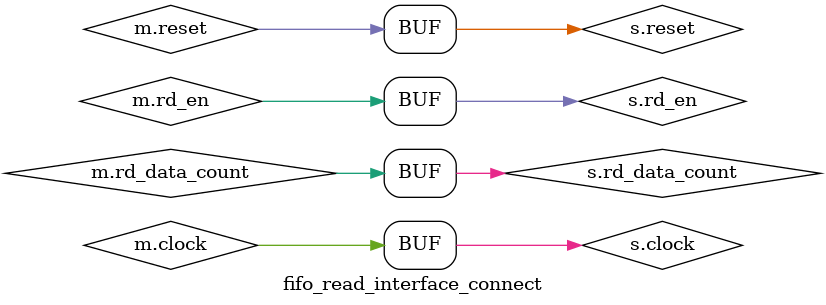
<source format=sv>
/*
 * Copyright (c) 2023 Robert Drehmel
 *
 * Licensed under the Apache License, Version 2.0 (the "License");
 * you may not use this file except in compliance with the License.
 * You may obtain a copy of the License at
 *
 *     http://www.apache.org/licenses/LICENSE-2.0
 *
 * Unless required by applicable law or agreed to in writing, software
 * distributed under the License is distributed on an "AS IS" BASIS,
 * WITHOUT WARRANTIES OR CONDITIONS OF ANY KIND, either express or implied.
 * See the License for the specific language governing permissions and
 * limitations under the License.
 */
module fifo_read_interface_connect(
	fifo_read_interface.master m,
	fifo_read_interface.slave s
);

assign m.clock = s.clock;
assign m.reset = s.reset;
assign s.rd_data = m.rd_data;
assign m.rd_en = s.rd_en;
assign s.empty = m.empty;
assign s.almost_empty = m.almost_empty;
assign s.rd_data_count = m.rd_data_count;

endmodule

</source>
